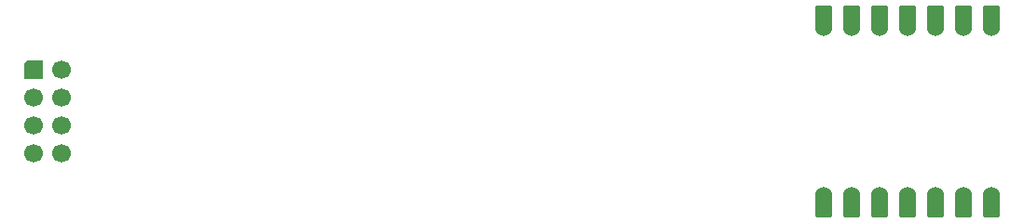
<source format=gbr>
G04 #@! TF.GenerationSoftware,KiCad,Pcbnew,9.0.7*
G04 #@! TF.CreationDate,2026-02-19T02:03:21-08:00*
G04 #@! TF.ProjectId,memori-hw,6d656d6f-7269-42d6-9877-2e6b69636164,vFEB 2026*
G04 #@! TF.SameCoordinates,Original*
G04 #@! TF.FileFunction,Soldermask,Top*
G04 #@! TF.FilePolarity,Negative*
%FSLAX46Y46*%
G04 Gerber Fmt 4.6, Leading zero omitted, Abs format (unit mm)*
G04 Created by KiCad (PCBNEW 9.0.7) date 2026-02-19 02:03:21*
%MOMM*%
%LPD*%
G01*
G04 APERTURE LIST*
G04 Aperture macros list*
%AMRoundRect*
0 Rectangle with rounded corners*
0 $1 Rounding radius*
0 $2 $3 $4 $5 $6 $7 $8 $9 X,Y pos of 4 corners*
0 Add a 4 corners polygon primitive as box body*
4,1,4,$2,$3,$4,$5,$6,$7,$8,$9,$2,$3,0*
0 Add four circle primitives for the rounded corners*
1,1,$1+$1,$2,$3*
1,1,$1+$1,$4,$5*
1,1,$1+$1,$6,$7*
1,1,$1+$1,$8,$9*
0 Add four rect primitives between the rounded corners*
20,1,$1+$1,$2,$3,$4,$5,0*
20,1,$1+$1,$4,$5,$6,$7,0*
20,1,$1+$1,$6,$7,$8,$9,0*
20,1,$1+$1,$8,$9,$2,$3,0*%
%AMOutline5P*
0 Free polygon, 5 corners , with rotation*
0 The origin of the aperture is its center*
0 number of corners: always 5*
0 $1 to $10 corner X, Y*
0 $11 Rotation angle, in degrees counterclockwise*
0 create outline with 5 corners*
4,1,5,$1,$2,$3,$4,$5,$6,$7,$8,$9,$10,$1,$2,$11*%
%AMOutline6P*
0 Free polygon, 6 corners , with rotation*
0 The origin of the aperture is its center*
0 number of corners: always 6*
0 $1 to $12 corner X, Y*
0 $13 Rotation angle, in degrees counterclockwise*
0 create outline with 6 corners*
4,1,6,$1,$2,$3,$4,$5,$6,$7,$8,$9,$10,$11,$12,$1,$2,$13*%
%AMOutline7P*
0 Free polygon, 7 corners , with rotation*
0 The origin of the aperture is its center*
0 number of corners: always 7*
0 $1 to $14 corner X, Y*
0 $15 Rotation angle, in degrees counterclockwise*
0 create outline with 7 corners*
4,1,7,$1,$2,$3,$4,$5,$6,$7,$8,$9,$10,$11,$12,$13,$14,$1,$2,$15*%
%AMOutline8P*
0 Free polygon, 8 corners , with rotation*
0 The origin of the aperture is its center*
0 number of corners: always 8*
0 $1 to $16 corner X, Y*
0 $17 Rotation angle, in degrees counterclockwise*
0 create outline with 8 corners*
4,1,8,$1,$2,$3,$4,$5,$6,$7,$8,$9,$10,$11,$12,$13,$14,$15,$16,$1,$2,$17*%
G04 Aperture macros list end*
%ADD10RoundRect,0.152400X-0.609600X1.063600X-0.609600X-1.063600X0.609600X-1.063600X0.609600X1.063600X0*%
%ADD11C,1.524000*%
%ADD12RoundRect,0.152400X0.609600X-1.063600X0.609600X1.063600X-0.609600X1.063600X-0.609600X-1.063600X0*%
%ADD13Outline5P,-0.850000X0.510000X-0.510000X0.850000X0.850000X0.850000X0.850000X-0.850000X-0.850000X-0.850000X0.000000*%
%ADD14C,1.700000*%
G04 APERTURE END LIST*
D10*
X182490000Y-110077000D03*
D11*
X182490000Y-109242000D03*
D10*
X179950000Y-110077000D03*
D11*
X179950000Y-109242000D03*
D10*
X177410000Y-110077000D03*
D11*
X177410000Y-109242000D03*
D10*
X174870000Y-110077000D03*
D11*
X174870000Y-109242000D03*
D10*
X172330000Y-110077000D03*
D11*
X172330000Y-109242000D03*
D10*
X169790000Y-110077000D03*
D11*
X169790000Y-109242000D03*
D10*
X167250000Y-110077000D03*
D11*
X167250000Y-109242000D03*
X167250000Y-94002000D03*
D12*
X167250000Y-93167000D03*
D11*
X169790000Y-94002000D03*
D12*
X169790000Y-93167000D03*
D11*
X172330000Y-94002000D03*
D12*
X172330000Y-93167000D03*
D11*
X174870000Y-94002000D03*
D12*
X174870000Y-93167000D03*
D11*
X177410000Y-94002000D03*
D12*
X177410000Y-93167000D03*
D11*
X179950000Y-94002000D03*
D12*
X179950000Y-93167000D03*
D11*
X182490000Y-94002000D03*
D12*
X182490000Y-93167000D03*
D13*
X95504000Y-97790000D03*
D14*
X98044000Y-97790000D03*
X95504000Y-100330000D03*
X98044000Y-100330000D03*
X95504000Y-102870000D03*
X98044000Y-102870000D03*
X95504000Y-105410000D03*
X98044000Y-105410000D03*
M02*

</source>
